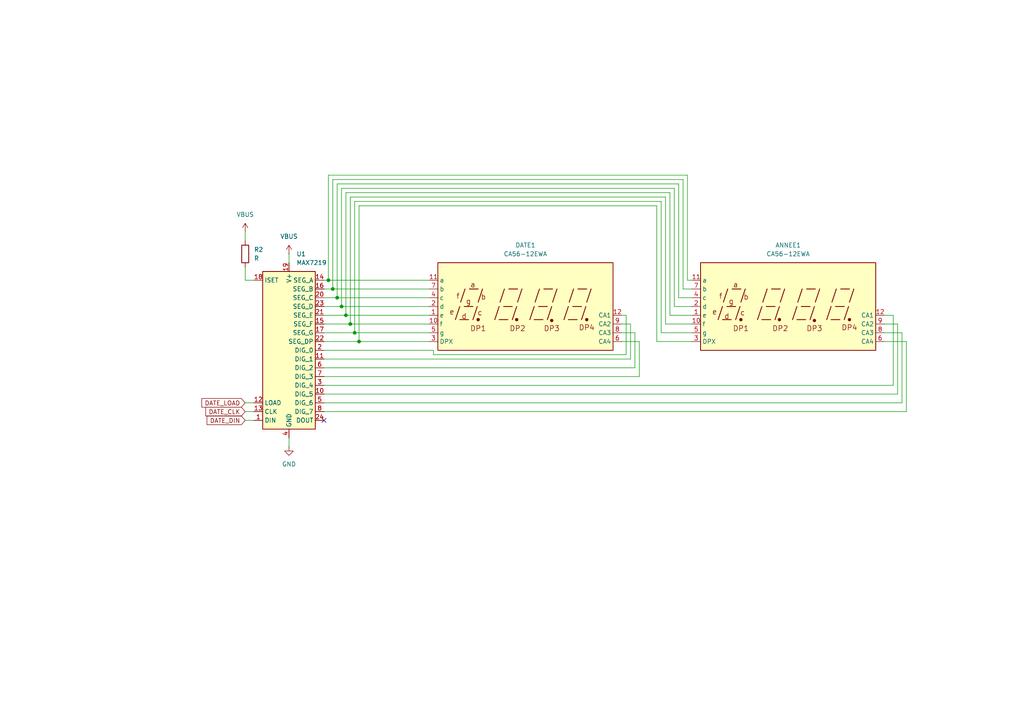
<source format=kicad_sch>
(kicad_sch (version 20250114) (generator "eeschema") (generator_version "9.0")
  (paper "A4")
  (lib_symbols
    (symbol "Device:R" (pin_numbers (hide yes)) (pin_names (offset 0))
      (property "Reference" "R" (at 2.032 0 90))
      (property "Value" "R" (at 0 0 90))
      (symbol "R_0_1"
        (rectangle (start -1.016 -2.54) (end 1.016 2.54) (stroke (width 0.254)))
      )
      (symbol "R_1_1"
        (pin passive line (at 0 3.81 270) (length 1.27) (name "~") (number "1"))
        (pin passive line (at 0 -3.81 90) (length 1.27) (name "~") (number "2"))
      )
    )
    (symbol "Display_Character:CA56-12EWA"
      (property "Reference" "U" (at -24.13 13.97 0))
      (property "Value" "CA56-12EWA" (at 19.05 13.97 0))
      (symbol "CA56-12EWA_0_0"
        (rectangle (start -25.4 12.7) (end 25.4 -12.7) (stroke (width 0.254)) (fill (type background)))
        (polyline (pts (xy -20.32 -3.81) (xy -19.05 0)) (stroke (width 0.254)))
        (polyline (pts (xy -19.05 -3.81) (xy -16.51 -3.81)) (stroke (width 0.254)))
        (polyline (pts (xy -18.796 1.27) (xy -17.526 5.08)) (stroke (width 0.254)))
        (polyline (pts (xy -17.78 0) (xy -15.24 0)) (stroke (width 0.254)))
        (polyline (pts (xy -16.256 5.08) (xy -13.716 5.08)) (stroke (width 0.254)))
        (polyline (pts (xy -15.24 -3.81) (xy -13.97 0)) (stroke (width 0.254)))
        (polyline (pts (xy -13.716 1.27) (xy -12.446 5.08)) (stroke (width 0.254)))
        (polyline (pts (xy -8.89 -3.81) (xy -7.62 0)) (stroke (width 0.254)))
        (polyline (pts (xy -7.62 -3.81) (xy -5.08 -3.81)) (stroke (width 0.254)))
        (polyline (pts (xy -7.366 1.27) (xy -6.096 5.08)) (stroke (width 0.254)))
        (polyline (pts (xy -6.35 0) (xy -3.81 0)) (stroke (width 0.254)))
        (polyline (pts (xy -4.826 5.08) (xy -2.286 5.08)) (stroke (width 0.254)))
        (polyline (pts (xy -3.81 -3.81) (xy -2.54 0)) (stroke (width 0.254)))
        (polyline (pts (xy -2.286 1.27) (xy -1.016 5.08)) (stroke (width 0.254)))
        (polyline (pts (xy 1.27 -3.81) (xy 2.54 0)) (stroke (width 0.254)))
        (polyline (pts (xy 2.54 -3.81) (xy 5.08 -3.81)) (stroke (width 0.254)))
        (polyline (pts (xy 2.794 1.27) (xy 4.064 5.08)) (stroke (width 0.254)))
        (polyline (pts (xy 3.81 0) (xy 6.35 0)) (stroke (width 0.254)))
        (polyline (pts (xy 5.334 5.08) (xy 7.874 5.08)) (stroke (width 0.254)))
        (polyline (pts (xy 6.35 -3.81) (xy 7.62 0)) (stroke (width 0.254)))
        (polyline (pts (xy 7.874 1.27) (xy 9.144 5.08)) (stroke (width 0.254)))
        (polyline (pts (xy 11.176 -3.81) (xy 12.446 0)) (stroke (width 0.254)))
        (polyline (pts (xy 12.446 -3.81) (xy 14.986 -3.81)) (stroke (width 0.254)))
        (polyline (pts (xy 12.7 1.27) (xy 13.97 5.08)) (stroke (width 0.254)))
        (polyline (pts (xy 13.716 0) (xy 16.256 0)) (stroke (width 0.254)))
        (polyline (pts (xy 15.24 5.08) (xy 17.78 5.08)) (stroke (width 0.254)))
        (polyline (pts (xy 16.256 -3.81) (xy 17.526 0)) (stroke (width 0.254)))
        (polyline (pts (xy 17.78 1.27) (xy 19.05 5.08)) (stroke (width 0.254)))
        (text "e" (at -21.336 -1.524 0) (effects (font (size 1.524 1.524))))
        (text "f" (at -19.558 3.048 0) (effects (font (size 1.524 1.524))))
        (text "d" (at -17.78 -2.794 0) (effects (font (size 1.524 1.524))))
        (text "g" (at -16.51 1.524 0) (effects (font (size 1.524 1.524))))
        (text "a" (at -15.24 6.35 0) (effects (font (size 1.524 1.524))))
        (text "DP1" (at -13.716 -6.35 0) (effects (font (size 1.524 1.524))))
        (text "c" (at -13.208 -1.778 0) (effects (font (size 1.524 1.524))))
        (text "b" (at -12.192 2.794 0) (effects (font (size 1.524 1.524))))
        (text "DP2" (at -2.286 -6.35 0) (effects (font (size 1.524 1.524))))
        (text "DP3" (at 7.62 -6.35 0) (effects (font (size 1.524 1.524))))
        (text "DP4" (at 17.78 -6.096 0) (effects (font (size 1.524 1.524))))
      )
      (symbol "CA56-12EWA_0_1"
        (circle (center -13.716 -3.81) (radius 0.3556) (stroke (width 0.254)) (fill (type outline)))
        (circle (center -2.54 -3.81) (radius 0.3556) (stroke (width 0.254)) (fill (type outline)))
      )
      (symbol "CA56-12EWA_1_0"
        (circle (center 7.62 -4.064) (radius 0.3556) (stroke (width 0.254)) (fill (type outline)))
        (circle (center 17.78 -3.81) (radius 0.3556) (stroke (width 0.254)) (fill (type outline)))
      )
      (symbol "CA56-12EWA_1_1"
        (pin input line (at -27.94 7.62 0) (length 2.54) (name "a") (number "11"))
        (pin input line (at -27.94 5.08 0) (length 2.54) (name "b") (number "7"))
        (pin input line (at -27.94 2.54 0) (length 2.54) (name "c") (number "4"))
        (pin input line (at -27.94 0 0) (length 2.54) (name "d") (number "2"))
        (pin input line (at -27.94 -2.54 0) (length 2.54) (name "e") (number "1"))
        (pin input line (at -27.94 -5.08 0) (length 2.54) (name "f") (number "10"))
        (pin input line (at -27.94 -7.62 0) (length 2.54) (name "g") (number "5"))
        (pin input line (at -27.94 -10.16 0) (length 2.54) (name "DPX") (number "3"))
        (pin input line (at 27.94 -2.54 180) (length 2.54) (name "CA1") (number "12"))
        (pin input line (at 27.94 -5.08 180) (length 2.54) (name "CA2") (number "9"))
        (pin input line (at 27.94 -7.62 180) (length 2.54) (name "CA3") (number "8"))
        (pin input line (at 27.94 -10.16 180) (length 2.54) (name "CA4") (number "6"))
      )
    )
    (symbol "Driver_LED:MAX7219"
      (property "Reference" "U" (at -6.35 24.13 0))
      (property "Value" "MAX7219" (at 1.27 25.4 0))
      (symbol "MAX7219_0_1"
        (rectangle (start -7.62 22.86) (end 7.62 -22.86) (stroke (width 0.254)) (fill (type background)))
      )
      (symbol "MAX7219_1_1"
        (pin input line (at -10.16 20.32 0) (length 2.54) (name "ISET") (number "18"))
        (pin input line (at -10.16 -15.24 0) (length 2.54) (name "LOAD") (number "12"))
        (pin input line (at -10.16 -17.78 0) (length 2.54) (name "CLK") (number "13"))
        (pin input line (at -10.16 -20.32 0) (length 2.54) (name "DIN") (number "1"))
        (pin power_in line (at 0 25.4 270) (length 2.54) (name "V+") (number "19"))
        (pin power_in line (at 0 -25.4 90) (length 2.54) (name "GND") (number "4"))
        (pin passive line (at 0 -25.4 90) (length 2.54) (hide yes) (name "GND") (number "9"))
        (pin output line (at 10.16 20.32 180) (length 2.54) (name "SEG_A") (number "14"))
        (pin output line (at 10.16 17.78 180) (length 2.54) (name "SEG_B") (number "16"))
        (pin output line (at 10.16 15.24 180) (length 2.54) (name "SEG_C") (number "20"))
        (pin output line (at 10.16 12.7 180) (length 2.54) (name "SEG_D") (number "23"))
        (pin output line (at 10.16 10.16 180) (length 2.54) (name "SEG_E") (number "21"))
        (pin output line (at 10.16 7.62 180) (length 2.54) (name "SEG_F") (number "15"))
        (pin output line (at 10.16 5.08 180) (length 2.54) (name "SEG_G") (number "17"))
        (pin output line (at 10.16 2.54 180) (length 2.54) (name "SEG_DP") (number "22"))
        (pin output line (at 10.16 0 180) (length 2.54) (name "DIG_0") (number "2"))
        (pin output line (at 10.16 -2.54 180) (length 2.54) (name "DIG_1") (number "11"))
        (pin output line (at 10.16 -5.08 180) (length 2.54) (name "DIG_2") (number "6"))
        (pin output line (at 10.16 -7.62 180) (length 2.54) (name "DIG_3") (number "7"))
        (pin output line (at 10.16 -10.16 180) (length 2.54) (name "DIG_4") (number "3"))
        (pin output line (at 10.16 -12.7 180) (length 2.54) (name "DIG_5") (number "10"))
        (pin output line (at 10.16 -15.24 180) (length 2.54) (name "DIG_6") (number "5"))
        (pin output line (at 10.16 -17.78 180) (length 2.54) (name "DIG_7") (number "8"))
        (pin output line (at 10.16 -20.32 180) (length 2.54) (name "DOUT") (number "24"))
      )
    )
    (symbol "power:GND" (power) (pin_numbers (hide yes)) (pin_names (offset 0) (hide yes))
      (property "Value" "GND" (at 0 -3.81 0))
      (symbol "GND_0_1"
        (polyline (pts (xy 0 0) (xy 0 -1.27) (xy 1.27 -1.27) (xy 0 -2.54) (xy -1.27 -1.27) (xy 0 -1.27)))
      )
      (symbol "GND_1_1"
        (pin power_in line (at 0 0 270) (length 0) (name "~") (number "1"))
      )
    )
    (symbol "power:VBUS" (power) (pin_numbers (hide yes)) (pin_names (offset 0) (hide yes))
      (property "Value" "VBUS" (at 0 3.556 0))
      (symbol "VBUS_0_1"
        (polyline (pts (xy -0.762 1.27) (xy 0 2.54)))
        (polyline (pts (xy 0 2.54) (xy 0.762 1.27)))
        (polyline (pts (xy 0 0) (xy 0 2.54)))
      )
      (symbol "VBUS_1_1"
        (pin power_in line (at 0 0 90) (length 0) (name "~") (number "1"))
      )
    )
  )
  (junction (at 100.33 91.44))
  (junction (at 96.52 83.82))
  (junction (at 101.6 93.98))
  (junction (at 97.79 86.36))
  (junction (at 102.87 96.52))
  (junction (at 104.14 99.06))
  (junction (at 99.06 88.9))
  (junction (at 95.25 81.28))
  (no_connect (at 93.98 121.92))
  (wire (pts (xy 199.39 81.28) (xy 199.39 50.8)))
  (wire (pts (xy 100.33 55.88) (xy 100.33 91.44)))
  (wire (pts (xy 93.98 111.76) (xy 259.08 111.76)))
  (wire (pts (xy 93.98 99.06) (xy 104.14 99.06)))
  (wire (pts (xy 185.42 99.06) (xy 180.34 99.06)))
  (wire (pts (xy 200.66 83.82) (xy 198.12 83.82)))
  (wire (pts (xy 93.98 83.82) (xy 96.52 83.82)))
  (wire (pts (xy 195.58 54.61) (xy 99.06 54.61)))
  (wire (pts (xy 193.04 93.98) (xy 193.04 57.15)))
  (wire (pts (xy 93.98 101.6) (xy 125.73 101.6)))
  (wire (pts (xy 191.77 58.42) (xy 102.87 58.42)))
  (wire (pts (xy 95.25 50.8) (xy 95.25 81.28)))
  (wire (pts (xy 195.58 88.9) (xy 195.58 54.61)))
  (wire (pts (xy 259.08 111.76) (xy 259.08 91.44)))
  (wire (pts (xy 99.06 54.61) (xy 99.06 88.9)))
  (wire (pts (xy 190.5 99.06) (xy 190.5 59.69)))
  (wire (pts (xy 71.12 119.38) (xy 73.66 119.38)))
  (wire (pts (xy 96.52 52.07) (xy 96.52 83.82)))
  (wire (pts (xy 196.85 53.34) (xy 97.79 53.34)))
  (wire (pts (xy 97.79 53.34) (xy 97.79 86.36)))
  (wire (pts (xy 184.15 96.52) (xy 180.34 96.52)))
  (wire (pts (xy 191.77 96.52) (xy 191.77 58.42)))
  (wire (pts (xy 200.66 86.36) (xy 196.85 86.36)))
  (wire (pts (xy 262.89 119.38) (xy 262.89 99.06)))
  (wire (pts (xy 95.25 81.28) (xy 124.46 81.28)))
  (wire (pts (xy 260.35 93.98) (xy 256.54 93.98)))
  (wire (pts (xy 194.31 91.44) (xy 194.31 55.88)))
  (wire (pts (xy 97.79 86.36) (xy 124.46 86.36)))
  (wire (pts (xy 93.98 116.84) (xy 261.62 116.84)))
  (wire (pts (xy 200.66 93.98) (xy 193.04 93.98)))
  (wire (pts (xy 71.12 116.84) (xy 73.66 116.84)))
  (wire (pts (xy 200.66 99.06) (xy 190.5 99.06)))
  (wire (pts (xy 99.06 88.9) (xy 124.46 88.9)))
  (wire (pts (xy 261.62 96.52) (xy 256.54 96.52)))
  (wire (pts (xy 125.73 102.87) (xy 181.61 102.87)))
  (wire (pts (xy 104.14 59.69) (xy 104.14 99.06)))
  (wire (pts (xy 182.88 93.98) (xy 180.34 93.98)))
  (wire (pts (xy 184.15 106.68) (xy 184.15 96.52)))
  (wire (pts (xy 93.98 96.52) (xy 102.87 96.52)))
  (wire (pts (xy 181.61 102.87) (xy 181.61 91.44)))
  (wire (pts (xy 262.89 99.06) (xy 256.54 99.06)))
  (wire (pts (xy 259.08 91.44) (xy 256.54 91.44)))
  (wire (pts (xy 193.04 57.15) (xy 101.6 57.15)))
  (wire (pts (xy 93.98 114.3) (xy 260.35 114.3)))
  (wire (pts (xy 104.14 59.69) (xy 190.5 59.69)))
  (wire (pts (xy 102.87 58.42) (xy 102.87 96.52)))
  (wire (pts (xy 101.6 57.15) (xy 101.6 93.98)))
  (wire (pts (xy 93.98 104.14) (xy 182.88 104.14)))
  (wire (pts (xy 196.85 86.36) (xy 196.85 53.34)))
  (wire (pts (xy 83.82 73.66) (xy 83.82 76.2)))
  (wire (pts (xy 104.14 99.06) (xy 124.46 99.06)))
  (wire (pts (xy 93.98 119.38) (xy 262.89 119.38)))
  (wire (pts (xy 198.12 52.07) (xy 96.52 52.07)))
  (wire (pts (xy 95.25 50.8) (xy 199.39 50.8)))
  (wire (pts (xy 93.98 88.9) (xy 99.06 88.9)))
  (wire (pts (xy 102.87 96.52) (xy 124.46 96.52)))
  (wire (pts (xy 93.98 109.22) (xy 185.42 109.22)))
  (wire (pts (xy 101.6 93.98) (xy 124.46 93.98)))
  (wire (pts (xy 93.98 86.36) (xy 97.79 86.36)))
  (wire (pts (xy 200.66 88.9) (xy 195.58 88.9)))
  (wire (pts (xy 198.12 52.07) (xy 198.12 83.82)))
  (wire (pts (xy 71.12 81.28) (xy 73.66 81.28)))
  (wire (pts (xy 83.82 127) (xy 83.82 129.54)))
  (wire (pts (xy 181.61 91.44) (xy 180.34 91.44)))
  (wire (pts (xy 93.98 93.98) (xy 101.6 93.98)))
  (wire (pts (xy 93.98 81.28) (xy 95.25 81.28)))
  (wire (pts (xy 71.12 121.92) (xy 73.66 121.92)))
  (wire (pts (xy 71.12 67.31) (xy 71.12 69.85)))
  (wire (pts (xy 182.88 104.14) (xy 182.88 93.98)))
  (wire (pts (xy 261.62 116.84) (xy 261.62 96.52)))
  (wire (pts (xy 200.66 91.44) (xy 194.31 91.44)))
  (wire (pts (xy 125.73 101.6) (xy 125.73 102.87)))
  (wire (pts (xy 96.52 83.82) (xy 124.46 83.82)))
  (wire (pts (xy 93.98 91.44) (xy 100.33 91.44)))
  (wire (pts (xy 185.42 109.22) (xy 185.42 99.06)))
  (wire (pts (xy 93.98 106.68) (xy 184.15 106.68)))
  (wire (pts (xy 100.33 91.44) (xy 124.46 91.44)))
  (wire (pts (xy 200.66 96.52) (xy 191.77 96.52)))
  (wire (pts (xy 71.12 77.47) (xy 71.12 81.28)))
  (wire (pts (xy 194.31 55.88) (xy 100.33 55.88)))
  (wire (pts (xy 200.66 81.28) (xy 199.39 81.28)))
  (wire (pts (xy 260.35 114.3) (xy 260.35 93.98)))
  (global_label "DATE_CLK" (shape input) (at 71.12 119.38 180) (property "Intersheetrefs" "${INTERSHEET_REFS}" (effects (hide yes))))
  (global_label "DATE_DIN" (shape input) (at 71.12 121.92 180) (property "Intersheetrefs" "${INTERSHEET_REFS}" (effects (hide yes))))
  (global_label "DATE_LOAD" (shape input) (at 71.12 116.84 180) (property "Intersheetrefs" "${INTERSHEET_REFS}" (effects (hide yes))))
  (symbol (lib_id "Display_Character:CA56-12EWA") (at 152.4 88.9 0) (unit 1)
    (property "Reference" "DATE1" (at 152.4 71.12 0))
    (property "Value" "CA56-12EWA" (at 152.4 73.66 0))
    (property "Footprint" "Display_7Segment:CA56-12EWA" (effects (hide yes)))
    (property "Datasheet" "http://www.kingbrightusa.com/images/catalog/SPEC/CA56-12EWA.pdf" (effects (hide yes)))
    (property "Description" "4 digit 7 segment high efficiency red LED, common anode" (effects (hide yes)))
  )
  (symbol (lib_id "Display_Character:CA56-12EWA") (at 228.6 88.9 0) (unit 1)
    (property "Reference" "ANNEE1" (at 228.6 71.12 0))
    (property "Value" "CA56-12EWA" (at 228.6 73.66 0))
    (property "Footprint" "Display_7Segment:CA56-12EWA" (effects (hide yes)))
    (property "Datasheet" "http://www.kingbrightusa.com/images/catalog/SPEC/CA56-12EWA.pdf" (effects (hide yes)))
    (property "Description" "4 digit 7 segment high efficiency red LED, common anode" (effects (hide yes)))
  )
  (symbol (lib_id "power:VBUS") (at 71.12 67.31 0) (unit 1)
    (property "Reference" "#PWR03" (effects (hide yes)))
    (property "Value" "VBUS" (at 71.12 62.23 0))
    (property "Description" "Power symbol creates a global label with name \"VBUS\"" (effects (hide yes)))
  )
  (symbol (lib_id "Device:R") (at 71.12 73.66 0) (unit 1)
    (property "Reference" "R2" (at 73.66 72.3899 0) (effects (justify left)))
    (property "Value" "R" (at 73.66 74.9299 0) (effects (justify left)))
    (property "Description" "Resistor" (effects (hide yes)))
  )
  (symbol (lib_id "power:VBUS") (at 83.82 73.66 0) (unit 1)
    (property "Reference" "#PWR05" (effects (hide yes)))
    (property "Value" "VBUS" (at 83.82 68.58 0))
    (property "Description" "Power symbol creates a global label with name \"VBUS\"" (effects (hide yes)))
  )
  (symbol (lib_id "Driver_LED:MAX7219") (at 83.82 101.6 0) (unit 1)
    (property "Reference" "U1" (at 85.9633 73.66 0) (effects (justify left)))
    (property "Value" "MAX7219" (at 85.9633 76.2 0) (effects (justify left)))
    (property "Footprint" "Package_DIP:DIP-24_W7.62mm_Socket_LongPads" (effects (hide yes)))
    (property "Datasheet" "https://datasheets.maximintegrated.com/en/ds/MAX7219-MAX7221.pdf" (effects (hide yes)))
    (property "Description" "8-Digit LED Display Driver" (effects (hide yes)))
  )
  (symbol (lib_id "power:GND") (at 83.82 129.54 0) (unit 1)
    (property "Reference" "#PWR04" (effects (hide yes)))
    (property "Value" "GND" (at 83.82 134.62 0))
    (property "Description" "Power symbol creates a global label with name \"GND\" , ground" (effects (hide yes)))
  )
)
</source>
